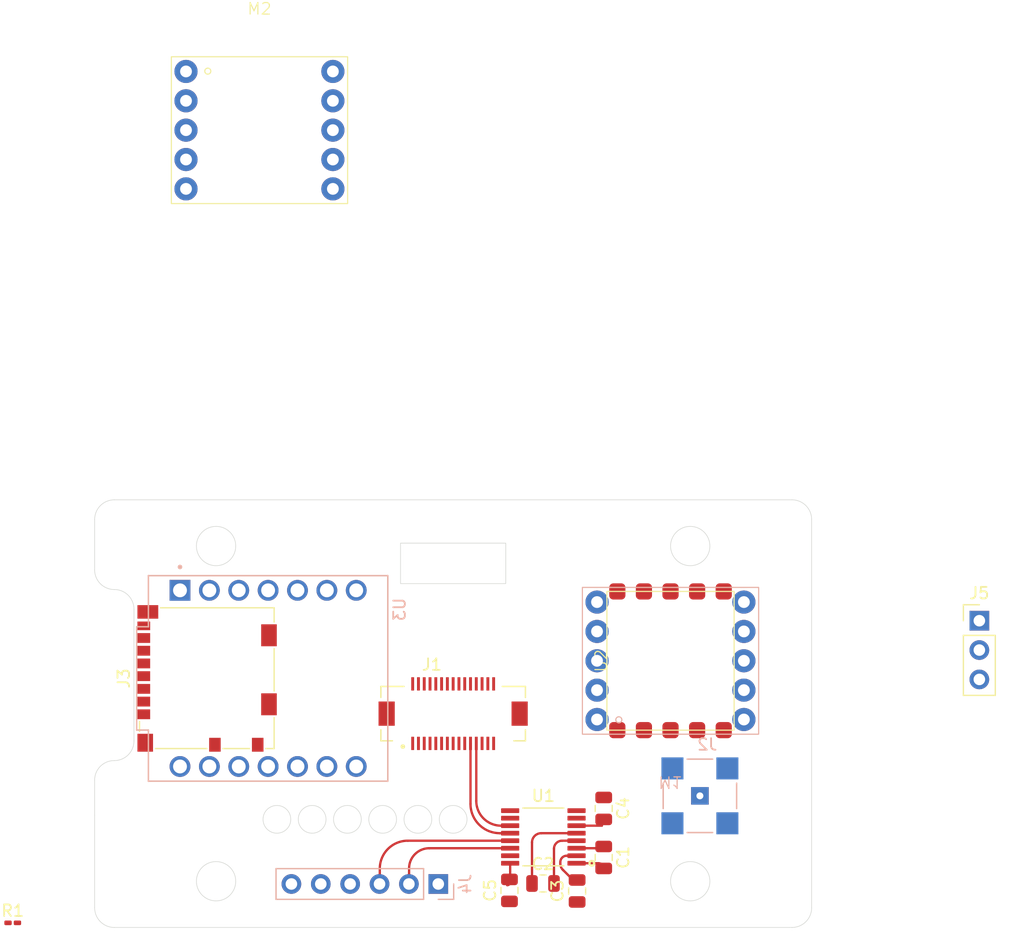
<source format=kicad_pcb>
(kicad_pcb (version 20241229) (generator "pcbnew") (generator_version "9.0")
  (layers (0 "F.Cu" signal) (2 "B.Cu" signal) (13 "F.Paste" user) (15 "B.Paste" user) (5 "F.SilkS" user "F.Silkscreen") (7 "B.SilkS" user "B.Silkscreen") (1 "F.Mask" user) (3 "B.Mask" user) (25 "Edge.Cuts" user))
  (net 0 "")
  (net 14 "Net-(J2-PadS1)")
  (net 15 "Net-(J2-Pad1)")
  (net 17 "MISO")
  (net 20 "+3V3")
  (net 21 "MOSI")
  (net 23 "Net-(J3-DAT2)")
  (net 24 "GND")
  (net 25 "SD_CS")
  (net 26 "SCK")
  (net 27 "GND_ISO1")
  (net 28 "SCL_ISO1")
  (net 29 "SCL")
  (net 30 "SDA")
  (net 31 "M1_EN")
  (net 33 "+3V3_ISO1")
  (net 34 "SDA_ISO1")
  (net 36 "M2_EN")
  (net 37 "GND_ISO2")
  (net 48 "Net-(U1-C1-)")
  (net 49 "Net-(U1-C1+)")
  (net 50 "Net-(U1-C2-)")
  (net 51 "Net-(U1-C2+)")
  (net 52 "Net-(U1-VS+)")
  (net 53 "Net-(U1-VS-)")
  (net 58 "MCU_Reset")
  (net 59 "VBUS")
  (net 60 "INST_RX")
  (net 61 "12V")
  (net 62 "RTS")
  (net 63 "INST_Tx")
  (net 64 "MCU_Rx")
  (net 65 "MCU_Tx")
  (net 68 "+12V")
  (footprint "Capacitor_SMD:C_0805_2012Metric" (layer "F.Cu") (at 139.079999 131.39)
    (property "Reference" "C2" (at 0 -1.679999 0) (layer "F.SilkS"))
    (property "Value" "1uF" (hide yes))
    (fp_line (start -0.261253 -0.735) (end 0.261253 -0.735) (stroke (width 0.12)) (layer "F.SilkS"))
    (fp_line (start -0.261253 0.735) (end 0.261253 0.735) (stroke (width 0.12)) (layer "F.SilkS"))
    (pad "1" smd roundrect (at -0.949999 0) (size 1 1.45) (layers "F.Cu" "F.Mask" "F.Paste") (net 50 "Net-(U1-C2-)"))
    (pad "2" smd roundrect (at 0.949999 0) (size 1 1.45) (layers "F.Cu" "F.Mask" "F.Paste") (net 51 "Net-(U1-C2+)"))
  )
  (footprint "Connector_Card:microSD_HC_Molex_104031-0811" (layer "F.Cu") (at 110.011 113.649 90)
    (property "Reference" "J3" (at 0 -7.18 90) (layer "F.SilkS"))
    (property "Value" "Micro_SD_Card_Det2")
    (fp_line (start -4.590001 -5.82) (end -3.73 -5.82) (stroke (width 0.12)) (layer "F.SilkS"))
    (fp_line (start -6.07 -4.45) (end -6.07 0) (stroke (width 0.12)) (layer "F.SilkS"))
    (fp_line (start -6.07 1.4) (end -6.07 3.7) (stroke (width 0.12)) (layer "F.SilkS"))
    (fp_line (start -6.07 5.1) (end -6.07 5.82) (stroke (width 0.12)) (layer "F.SilkS"))
    (fp_line (start 6.11 5.82) (end 6.11 -4.000001) (stroke (width 0.12)) (layer "F.SilkS"))
    (fp_line (start 4.880001 5.82) (end 6.11 5.82) (stroke (width 0.12)) (layer "F.SilkS"))
    (fp_line (start -1.09 5.82) (end 2.58 5.82) (stroke (width 0.12)) (layer "F.SilkS"))
    (fp_line (start -6.07 5.82) (end -3.39 5.819999) (stroke (width 0.12)) (layer "F.SilkS"))
    (pad "1" smd rect (at -3.105001 -5.45 90) (size 0.85 1.1) (layers "F.Cu" "F.Mask" "F.Paste") (net 23 "Net-(J3-DAT2)"))
    (pad "2" smd rect (at -2.005 -5.45 90) (size 0.85 1.1) (layers "F.Cu" "F.Mask" "F.Paste") (net 25 "SD_CS"))
    (pad "3" smd rect (at -0.905001 -5.45 90) (size 0.85 1.1) (layers "F.Cu" "F.Mask" "F.Paste") (net 21 "MOSI"))
    (pad "4" smd rect (at 0.195 -5.45 90) (size 0.85 1.1) (layers "F.Cu" "F.Mask" "F.Paste") (net 20 "+3V3"))
    (pad "5" smd rect (at 1.295 -5.45 90) (size 0.85 1.1) (layers "F.Cu" "F.Mask" "F.Paste") (net 26 "SCK"))
    (pad "6" smd rect (at 2.395 -5.45 90) (size 0.85 1.1) (layers "F.Cu" "F.Mask" "F.Paste") (net 24 "GND"))
    (pad "7" smd rect (at 3.495 -5.45 90) (size 0.85 1.1) (layers "F.Cu" "F.Mask" "F.Paste") (net 17 "MISO"))
    (pad "8" smd rect (at 4.545 -5.45 90) (size 0.75 1.1) (layers "F.Cu" "F.Mask" "F.Paste"))
    (pad "9" smd rect (at -5.74 0.7 90) (size 1.2 1) (layers "F.Cu" "F.Mask" "F.Paste"))
    (pad "10" smd rect (at -5.74 4.4 90) (size 1.2 1) (layers "F.Cu" "F.Mask" "F.Paste"))
    (pad "11" smd rect (at -5.565 -5.325 90) (size 1.55 1.35) (layers "F.Cu" "F.Mask" "F.Paste"))
    (pad "11" smd rect (at -2.24 5.375 90) (size 1.9 1.35) (layers "F.Cu" "F.Mask" "F.Paste"))
    (pad "11" smd rect (at 3.73 5.375 90) (size 1.9 1.35) (layers "F.Cu" "F.Mask" "F.Paste"))
    (pad "11" smd rect (at 5.755 -5.1 90) (size 1.17 1.8) (layers "F.Cu" "F.Mask" "F.Paste"))
  )
  (footprint "Resistor_SMD:R_0201_0603Metric_Pad0.64x0.40mm_HandSolder" (layer "F.Cu") (at 93.2285 134.797)
    (property "Reference" "R1" (at 0 -1.05 0) (layer "F.SilkS"))
    (property "Value" "1k")
    (pad "1" smd roundrect (at -0.4075 0) (size 0.635 0.4) (layers "F.Cu" "F.Mask") (net 20 "+3V3"))
    (pad "2" smd roundrect (at 0.4075 0) (size 0.635 0.4) (layers "F.Cu" "F.Mask") (net 23 "Net-(J3-DAT2)"))
  )
  (footprint "Capacitor_SMD:C_0805_2012Metric" (layer "F.Cu") (at 142.03 132.04 90)
    (property "Reference" "C3" (at -0.000001 -1.7 90) (layer "F.SilkS"))
    (property "Value" "1uF" (hide yes))
    (fp_line (start -0.261253 -0.735) (end 0.261253 -0.735) (stroke (width 0.12)) (layer "F.SilkS"))
    (fp_line (start -0.261253 0.735) (end 0.261253 0.735) (stroke (width 0.12)) (layer "F.SilkS"))
    (pad "1" smd roundrect (at -0.949999 0 90) (size 1 1.45) (layers "F.Cu" "F.Mask" "F.Paste") (net 24 "GND"))
    (pad "2" smd roundrect (at 0.949999 0 90) (size 1 1.45) (layers "F.Cu" "F.Mask" "F.Paste") (net 52 "Net-(U1-VS+)"))
  )
  (footprint "DF17_2_0__30DP_0_5V_57_:HRS_DF17_2.0_-30DP-0.5V_57_" (layer "F.Cu") (at 131.311 116.697)
    (property "Reference" "J1" (at -1.8364 -4.2416 0) (layer "F.SilkS"))
    (property "Value" "DF17_2.0_-30DP-0.5V_57_" (hide yes))
    (fp_line (start -6.25 -2.35) (end -4.25 -2.35) (stroke (width 0.127)) (layer "F.SilkS"))
    (fp_line (start -6.25 -1.4) (end -6.25 -2.35) (stroke (width 0.127)) (layer "F.SilkS"))
    (fp_line (start -6.25 1.4) (end -6.25 2.35) (stroke (width 0.127)) (layer "F.SilkS"))
    (fp_line (start -6.25 2.35) (end -5.25 2.35) (stroke (width 0.127)) (layer "F.SilkS"))
    (fp_line (start 4.25 -2.35) (end 6.25 -2.35) (stroke (width 0.127)) (layer "F.SilkS"))
    (fp_line (start 6.25 -2.35) (end 6.25 -1.4) (stroke (width 0.127)) (layer "F.SilkS"))
    (fp_line (start 6.25 1.4) (end 6.25 2.35) (stroke (width 0.127)) (layer "F.SilkS"))
    (fp_line (start 6.25 2.35) (end 5.25 2.35) (stroke (width 0.127)) (layer "F.SilkS"))
    (fp_circle (center -4.35 2.85) (end -4.25 2.85) (stroke (width 0.2)) (fill no) (layer "F.SilkS"))
    (pad "" np_thru_hole circle (at -4.75 1.9) (size 0.65 0.65) (drill 0.65) (layers "*.Cu" "*.Mask"))
    (pad "" np_thru_hole circle (at 4.75 1.9) (size 0.65 0.65) (drill 0.65) (layers "*.Cu" "*.Mask"))
    (pad "1" smd rect (at -3.5 2.575) (size 0.25 1.15) (layers "F.Cu" "F.Mask" "F.Paste"))
    (pad "2" smd rect (at -3.5 -2.575) (size 0.25 1.15) (layers "F.Cu" "F.Mask" "F.Paste") (net 20 "+3V3"))
    (pad "3" smd rect (at -3 2.575) (size 0.25 1.15) (layers "F.Cu" "F.Mask" "F.Paste"))
    (pad "4" smd rect (at -3 -2.575) (size 0.25 1.15) (layers "F.Cu" "F.Mask" "F.Paste") (net 20 "+3V3"))
    (pad "5" smd rect (at -2.5 2.575) (size 0.25 1.15) (layers "F.Cu" "F.Mask" "F.Paste"))
    (pad "6" smd rect (at -2.5 -2.575) (size 0.25 1.15) (layers "F.Cu" "F.Mask" "F.Paste") (net 20 "+3V3"))
    (pad "7" smd rect (at -2 2.575) (size 0.25 1.15) (layers "F.Cu" "F.Mask" "F.Paste"))
    (pad "8" smd rect (at -2 -2.575) (size 0.25 1.15) (layers "F.Cu" "F.Mask" "F.Paste") (net 24 "GND"))
    (pad "9" smd rect (at -1.5 2.575) (size 0.25 1.15) (layers "F.Cu" "F.Mask" "F.Paste"))
    (pad "10" smd rect (at -1.5 -2.575) (size 0.25 1.15) (layers "F.Cu" "F.Mask" "F.Paste") (net 24 "GND"))
    (pad "11" smd rect (at -1 2.575) (size 0.25 1.15) (layers "F.Cu" "F.Mask" "F.Paste"))
    (pad "12" smd rect (at -1 -2.575) (size 0.25 1.15) (layers "F.Cu" "F.Mask" "F.Paste") (net 24 "GND"))
    (pad "13" smd rect (at -0.5 2.575) (size 0.25 1.15) (layers "F.Cu" "F.Mask" "F.Paste") (net 30 "SDA"))
    (pad "14" smd rect (at -0.5 -2.575) (size 0.25 1.15) (layers "F.Cu" "F.Mask" "F.Paste") (net 59 "VBUS"))
    (pad "15" smd rect (at 0 2.575) (size 0.25 1.15) (layers "F.Cu" "F.Mask" "F.Paste") (net 29 "SCL"))
    (pad "16" smd rect (at 0 -2.575) (size 0.25 1.15) (layers "F.Cu" "F.Mask" "F.Paste") (net 59 "VBUS"))
    (pad "17" smd rect (at 0.5 2.575) (size 0.25 1.15) (layers "F.Cu" "F.Mask" "F.Paste"))
    (pad "18" smd rect (at 0.5 -2.575) (size 0.25 1.15) (layers "F.Cu" "F.Mask" "F.Paste") (net 59 "VBUS"))
    (pad "19" smd rect (at 1 2.575) (size 0.25 1.15) (layers "F.Cu" "F.Mask" "F.Paste"))
    (pad "20" smd rect (at 1 -2.575) (size 0.25 1.15) (layers "F.Cu" "F.Mask" "F.Paste") (net 24 "GND"))
    (pad "21" smd rect (at 1.5 2.575) (size 0.25 1.15) (layers "F.Cu" "F.Mask" "F.Paste") (net 64 "MCU_Rx"))
    (pad "22" smd rect (at 1.5 -2.575) (size 0.25 1.15) (layers "F.Cu" "F.Mask" "F.Paste") (net 24 "GND"))
    (pad "23" smd rect (at 2 2.575) (size 0.25 1.15) (layers "F.Cu" "F.Mask" "F.Paste") (net 65 "MCU_Tx"))
    (pad "24" smd rect (at 2 -2.575) (size 0.25 1.15) (layers "F.Cu" "F.Mask" "F.Paste") (net 24 "GND"))
    (pad "25" smd rect (at 2.5 2.575) (size 0.25 1.15) (layers "F.Cu" "F.Mask" "F.Paste"))
    (pad "26" smd rect (at 2.5 -2.575) (size 0.25 1.15) (layers "F.Cu" "F.Mask" "F.Paste"))
    (pad "27" smd rect (at 3 2.575) (size 0.25 1.15) (layers "F.Cu" "F.Mask" "F.Paste"))
    (pad "28" smd rect (at 3 -2.575) (size 0.25 1.15) (layers "F.Cu" "F.Mask" "F.Paste"))
    (pad "29" smd rect (at 3.5 2.575) (size 0.25 1.15) (layers "F.Cu" "F.Mask" "F.Paste"))
    (pad "30" smd rect (at 3.5 -2.575) (size 0.25 1.15) (layers "F.Cu" "F.Mask" "F.Paste") (net 58 "MCU_Reset"))
    (pad "S1" smd rect (at -5.75 0) (size 1.4 2.1) (layers "F.Cu" "F.Mask" "F.Paste") (net 24 "GND"))
    (pad "S2" smd rect (at 5.75 0) (size 1.4 2.1) (layers "F.Cu" "F.Mask" "F.Paste") (net 24 "GND"))
  )
  (footprint "Capacitor_SMD:C_0805_2012Metric" (layer "F.Cu") (at 144.329999 124.899 -90)
    (property "Reference" "C4" (at 0 -1.679999 90) (layer "F.SilkS"))
    (property "Value" "1uF" (hide yes))
    (fp_line (start -0.261253 0.735) (end 0.261253 0.735) (stroke (width 0.12)) (layer "F.SilkS"))
    (fp_line (start -0.261253 -0.735) (end 0.261253 -0.735) (stroke (width 0.12)) (layer "F.SilkS"))
    (pad "1" smd roundrect (at -0.949999 0 270) (size 1 1.45) (layers "F.Cu" "F.Mask" "F.Paste") (net 24 "GND"))
    (pad "2" smd roundrect (at 0.949999 0 270) (size 1 1.45) (layers "F.Cu" "F.Mask" "F.Paste") (net 53 "Net-(U1-VS-)"))
  )
  (footprint "qwiic:Pololu Qwiic ISO" (layer "F.Cu") (at 114.566 66.217)
    (property "Reference" "M2" (at 0 -10.5 0) (layer "F.SilkS") (effects (font (thickness 0.1))))
    (property "Value" "~")
    (fp_rect (start -7.62 -6.35) (end 7.62 6.35) (stroke (width 0.1)) (fill no) (layer "F.SilkS"))
    (fp_circle (center -4.4704 -5.1054) (end -4.2418 -5.2324) (stroke (width 0.1)) (fill no) (layer "F.SilkS"))
    (pad "1" thru_hole circle (at -6.355 -5.08) (size 2 2) (drill 1.02) (layers "*.Cu" "*.Mask") (net 29 "SCL"))
    (pad "2" thru_hole circle (at -6.355 -2.54) (size 2 2) (drill 1.02) (layers "*.Cu" "*.Mask") (net 30 "SDA"))
    (pad "3" thru_hole circle (at -6.355 0) (size 2 2) (drill 1.02) (layers "*.Cu" "*.Mask") (net 20 "+3V3"))
    (pad "4" thru_hole circle (at -6.355 2.54) (size 2 2) (drill 1.02) (layers "*.Cu" "*.Mask") (net 24 "GND"))
    (pad "5" thru_hole circle (at -6.355 5.08) (size 2 2) (drill 1.02) (layers "*.Cu" "*.Mask") (net 36 "M2_EN"))
    (pad "6" thru_hole circle (at 6.345 -5.08) (size 2 2) (drill 1.02) (layers "*.Cu" "*.Mask"))
    (pad "7" thru_hole circle (at 6.345 -2.54) (size 2 2) (drill 1.02) (layers "*.Cu" "*.Mask"))
    (pad "8" thru_hole circle (at 6.345 0) (size 2 2) (drill 1.02) (layers "*.Cu" "*.Mask"))
    (pad "9" thru_hole circle (at 6.345 2.54) (size 2 2) (drill 1.02) (layers "*.Cu" "*.Mask") (net 37 "GND_ISO2"))
    (pad "10" thru_hole circle (at 6.345 5.08) (size 2 2) (drill 1.02) (layers "*.Cu" "*.Mask") (net 37 "GND_ISO2"))
  )
  (footprint "ADS1219IPWR (1):SOP65P640X120-16N" (layer "F.Cu") (at 139.109999 127.365 180)
    (property "Reference" "U1" (at 0 3.556 0) (layer "F.SilkS"))
    (property "Value" "MAX3232" (hide yes))
    (fp_line (start 1.765 2.499999) (end -1.765 2.499999) (stroke (width 0.127)) (layer "F.SilkS"))
    (fp_line (start -1.765 -2.499999) (end 1.765 -2.499999) (stroke (width 0.127)) (layer "F.SilkS"))
    (fp_circle (center -4.189999 -2.275) (end -4.09 -2.275) (stroke (width 0.2)) (fill no) (layer "F.SilkS"))
    (pad "1" smd roundrect (at -2.87 -2.274999 180) (size 1.57 0.41) (layers "F.Cu" "F.Mask" "F.Paste") (roundrect_rratio 0.125) (net 49 "Net-(U1-C1+)"))
    (pad "2" smd roundrect (at -2.87 -1.625 180) (size 1.57 0.41) (layers "F.Cu" "F.Mask" "F.Paste") (roundrect_rratio 0.125) (net 52 "Net-(U1-VS+)"))
    (pad "3" smd roundrect (at -2.87 -0.975001 180) (size 1.57 0.41) (layers "F.Cu" "F.Mask" "F.Paste") (roundrect_rratio 0.125) (net 48 "Net-(U1-C1-)"))
    (pad "4" smd roundrect (at -2.87 -0.325 180) (size 1.57 0.41) (layers "F.Cu" "F.Mask" "F.Paste") (roundrect_rratio 0.125) (net 51 "Net-(U1-C2+)"))
    (pad "5" smd roundrect (at -2.87 0.325 180) (size 1.57 0.41) (layers "F.Cu" "F.Mask" "F.Paste") (roundrect_rratio 0.125) (net 50 "Net-(U1-C2-)"))
    (pad "6" smd roundrect (at -2.87 0.975001 180) (size 1.57 0.41) (layers "F.Cu" "F.Mask" "F.Paste") (roundrect_rratio 0.125) (net 53 "Net-(U1-VS-)"))
    (pad "7" smd roundrect (at -2.87 1.625 180) (size 1.57 0.41) (layers "F.Cu" "F.Mask" "F.Paste") (roundrect_rratio 0.125))
    (pad "8" smd roundrect (at -2.87 2.274999 180) (size 1.57 0.41) (layers "F.Cu" "F.Mask" "F.Paste") (roundrect_rratio 0.125))
    (pad "9" smd roundrect (at 2.87 2.274999 180) (size 1.57 0.41) (layers "F.Cu" "F.Mask" "F.Paste") (roundrect_rratio 0.125))
    (pad "10" smd roundrect (at 2.87 1.625 180) (size 1.57 0.41) (layers "F.Cu" "F.Mask" "F.Paste") (roundrect_rratio 0.125))
    (pad "11" smd roundrect (at 2.87 0.975001 180) (size 1.57 0.41) (layers "F.Cu" "F.Mask" "F.Paste") (roundrect_rratio 0.125) (net 65 "MCU_Tx"))
    (pad "12" smd roundrect (at 2.87 0.325 180) (size 1.57 0.41) (layers "F.Cu" "F.Mask" "F.Paste") (roundrect_rratio 0.125) (net 64 "MCU_Rx"))
    (pad "13" smd roundrect (at 2.87 -0.325 180) (size 1.57 0.41) (layers "F.Cu" "F.Mask" "F.Paste") (roundrect_rratio 0.125) (net 63 "INST_Tx"))
    (pad "14" smd roundrect (at 2.87 -0.975001 180) (size 1.57 0.41) (layers "F.Cu" "F.Mask" "F.Paste") (roundrect_rratio 0.125) (net 60 "INST_RX"))
    (pad "15" smd roundrect (at 2.87 -1.625 180) (size 1.57 0.41) (layers "F.Cu" "F.Mask" "F.Paste") (roundrect_rratio 0.125) (net 24 "GND"))
    (pad "16" smd roundrect (at 2.87 -2.274999 180) (size 1.57 0.41) (layers "F.Cu" "F.Mask" "F.Paste") (roundrect_rratio 0.125) (net 20 "+3V3"))
  )
  (footprint "Connector_PinHeader_2.54mm:PinHeader_1x03_P2.54mm_Vertical" (layer "F.Cu") (at 176.811 108.657)
    (property "Reference" "J5" (at 0 -2.38 0) (layer "F.SilkS"))
    (property "Value" "D45V5F12")
    (fp_line (start -1.38 -1.38) (end 0 -1.38) (stroke (width 0.12)) (layer "F.SilkS"))
    (fp_line (start -1.38 0) (end -1.38 -1.38) (stroke (width 0.12)) (layer "F.SilkS"))
    (fp_line (start -1.38 1.27) (end -1.38 6.46) (stroke (width 0.12)) (layer "F.SilkS"))
    (fp_line (start -1.38 1.27) (end 1.38 1.27) (stroke (width 0.12)) (layer "F.SilkS"))
    (fp_line (start -1.38 6.46) (end 1.38 6.46) (stroke (width 0.12)) (layer "F.SilkS"))
    (fp_line (start 1.38 1.27) (end 1.38 6.46) (stroke (width 0.12)) (layer "F.SilkS"))
    (pad "1" thru_hole rect (at 0 0) (size 1.7 1.7) (drill 1) (layers "*.Cu" "*.Mask") (net 59 "VBUS"))
    (pad "2" thru_hole circle (at 0 2.54) (size 1.7 1.7) (drill 1) (layers "*.Cu" "*.Mask") (net 24 "GND"))
    (pad "3" thru_hole circle (at 0 5.08) (size 1.7 1.7) (drill 1) (layers "*.Cu" "*.Mask") (net 68 "+12V"))
  )
  (footprint "Capacitor_SMD:C_0805_2012Metric" (layer "F.Cu") (at 136.18 131.99 90)
    (property "Reference" "C5" (at 0 -1.679999 90) (layer "F.SilkS"))
    (property "Value" "10uF" (hide yes))
    (fp_line (start -0.261253 -0.735) (end 0.261253 -0.735) (stroke (width 0.12)) (layer "F.SilkS"))
    (fp_line (start -0.261253 0.735) (end 0.261253 0.735) (stroke (width 0.12)) (layer "F.SilkS"))
    (pad "1" smd roundrect (at -0.949999 0 90) (size 1 1.45) (layers "F.Cu" "F.Mask" "F.Paste") (net 24 "GND"))
    (pad "2" smd roundrect (at 0.949999 0 90) (size 1 1.45) (layers "F.Cu" "F.Mask" "F.Paste") (net 20 "+3V3"))
  )
  (footprint "Capacitor_SMD:C_0805_2012Metric" (layer "F.Cu") (at 144.329999 129.14 -90)
    (property "Reference" "C1" (at 0 -1.679999 90) (layer "F.SilkS"))
    (property "Value" "1uF" (hide yes))
    (fp_line (start -0.261253 0.735) (end 0.261253 0.735) (stroke (width 0.12)) (layer "F.SilkS"))
    (fp_line (start -0.261253 -0.735) (end 0.261253 -0.735) (stroke (width 0.12)) (layer "F.SilkS"))
    (pad "1" smd roundrect (at -0.949999 0 270) (size 1 1.45) (layers "F.Cu" "F.Mask" "F.Paste") (net 48 "Net-(U1-C1-)"))
    (pad "2" smd roundrect (at 0.949999 0 270) (size 1 1.45) (layers "F.Cu" "F.Mask" "F.Paste") (net 49 "Net-(U1-C1+)"))
  )
  (footprint "ATLAS:conductivity OEM" (layer "F.Cu") (at 150.107 112.125 90)
    (property "Reference" "U2" (at 0 -6 90) (layer "F.SilkS") (effects (font (thickness 0.1))))
    (property "Value" "~")
    (fp_poly (pts (xy -6 -5.5) (xy 6 -5.5) (xy 6 5.5) (xy -6 5.5)) (stroke (width 0.1)) (fill no) (layer "F.SilkS"))
    (pad "1" smd roundrect (at -6 -4.6 90) (size 1.4 1.4) (layers "F.Cu" "F.Mask" "F.Paste") (net 34 "SDA_ISO1"))
    (pad "2" smd roundrect (at -6 -2.3 90) (size 1.4 1.4) (layers "F.Cu" "F.Mask" "F.Paste"))
    (pad "3" smd roundrect (at -6 0 90) (size 1.4 1.4) (layers "F.Cu" "F.Mask" "F.Paste") (net 33 "+3V3_ISO1"))
    (pad "4" smd roundrect (at -6 2.3 90) (size 1.4 1.4) (layers "F.Cu" "F.Mask" "F.Paste") (net 15 "Net-(J2-Pad1)"))
    (pad "5" smd roundrect (at -6 4.6 90) (size 1.4 1.4) (layers "F.Cu" "F.Mask" "F.Paste") (net 14 "Net-(J2-PadS1)"))
    (pad "6" smd roundrect (at 6 -4.6 90) (size 1.4 1.4) (layers "F.Cu" "F.Mask" "F.Paste"))
    (pad "7" smd roundrect (at 6 -2.3 90) (size 1.4 1.4) (layers "F.Cu" "F.Mask" "F.Paste"))
    (pad "8" smd roundrect (at 6 0 90) (size 1.4 1.4) (layers "F.Cu" "F.Mask" "F.Paste") (net 28 "SCL_ISO1"))
    (pad "9" smd roundrect (at 6 2.3 90) (size 1.4 1.4) (layers "F.Cu" "F.Mask" "F.Paste"))
    (pad "10" smd roundrect (at 6 4.6 90) (size 1.4 1.4) (layers "F.Cu" "F.Mask" "F.Paste") (net 27 "GND_ISO1"))
  )
  (footprint "qwiic:Pololu Qwiic ISO" (layer "B.Cu") (at 150.107 112.125)
    (property "Reference" "M1" (at 0 10.5 180) (layer "B.SilkS") (effects (font (thickness 0.1)) (justify mirror)))
    (property "Value" "~")
    (fp_circle (center -4.4704 5.1054) (end -4.2418 5.2324) (stroke (width 0.1)) (fill no) (layer "B.SilkS"))
    (fp_poly (pts (xy -7.62 6.35) (xy 7.62 6.35) (xy 7.62 -6.35) (xy -7.62 -6.35)) (stroke (width 0.1)) (fill no) (layer "B.SilkS"))
    (pad "1" thru_hole circle (at -6.355 5.08) (size 2 2) (drill 1.02) (layers "*.Cu" "*.Mask") (net 29 "SCL"))
    (pad "2" thru_hole circle (at -6.355 2.54) (size 2 2) (drill 1.02) (layers "*.Cu" "*.Mask") (net 30 "SDA"))
    (pad "3" thru_hole circle (at -6.355001 0) (size 2 2) (drill 1.02) (layers "*.Cu" "*.Mask") (net 20 "+3V3"))
    (pad "4" thru_hole circle (at -6.355 -2.54) (size 2 2) (drill 1.02) (layers "*.Cu" "*.Mask"))
    (pad "5" thru_hole circle (at -6.355 -5.08) (size 2 2) (drill 1.02) (layers "*.Cu" "*.Mask") (net 31 "M1_EN"))
    (pad "6" thru_hole circle (at 6.345 5.08) (size 2 2) (drill 1.02) (layers "*.Cu" "*.Mask") (net 28 "SCL_ISO1"))
    (pad "7" thru_hole circle (at 6.345 2.54) (size 2 2) (drill 1.02) (layers "*.Cu" "*.Mask") (net 34 "SDA_ISO1"))
    (pad "8" thru_hole circle (at 6.345001 0) (size 2 2) (drill 1.02) (layers "*.Cu" "*.Mask") (net 33 "+3V3_ISO1"))
    (pad "9" thru_hole circle (at 6.345 -2.54) (size 2 2) (drill 1.02) (layers "*.Cu" "*.Mask") (net 27 "GND_ISO1"))
    (pad "10" thru_hole circle (at 6.345 -5.08) (size 2 2) (drill 1.02) (layers "*.Cu" "*.Mask") (net 27 "GND_ISO1"))
  )
  (footprint "ADAFRUIT_QT_PY:MODULE_ADAFRUIT_QT_PY" (layer "B.Cu") (at 115.311 113.649 -90)
    (property "Reference" "U3" (at -5.965 -11.363601 90) (layer "B.SilkS") (effects (justify mirror)))
    (property "Value" "ADAFRUIT_QT_PY")
    (fp_line (start -4.47 11.3665) (end -4.47 10.3505) (stroke (width 0.127)) (layer "B.SilkS"))
    (fp_line (start 4.47 11.3665) (end -4.47 11.3665) (stroke (width 0.127)) (layer "B.SilkS"))
    (fp_line (start -8.89 10.3505) (end -4.47 10.3505) (stroke (width 0.127)) (layer "B.SilkS"))
    (fp_line (start 4.47 10.3505) (end 4.47 11.3665) (stroke (width 0.127)) (layer "B.SilkS"))
    (fp_line (start 4.47 10.3505) (end 8.89 10.3505) (stroke (width 0.127)) (layer "B.SilkS"))
    (fp_line (start 8.89 10.3505) (end 8.89 -10.3505) (stroke (width 0.127)) (layer "B.SilkS"))
    (fp_line (start -8.89 -10.3505) (end -8.89 10.3505) (stroke (width 0.127)) (layer "B.SilkS"))
    (fp_line (start 8.89 -10.3505) (end -8.89 -10.3505) (stroke (width 0.127)) (layer "B.SilkS"))
    (fp_circle (center -9.64 7.62) (end -9.54 7.62) (stroke (width 0.2)) (fill no) (layer "B.SilkS"))
    (pad "1" thru_hole rect (at -7.62 7.62 270) (size 1.8 1.8) (drill 1.2) (layers "*.Cu" "*.Mask"))
    (pad "2" thru_hole circle (at -7.62 5.08 270) (size 1.8 1.8) (drill 1.2) (layers "*.Cu" "*.Mask") (net 31 "M1_EN"))
    (pad "3" thru_hole circle (at -7.62 2.54 270) (size 1.8 1.8) (drill 1.2) (layers "*.Cu" "*.Mask") (net 36 "M2_EN"))
    (pad "4" thru_hole circle (at -7.62 0 270) (size 1.8 1.8) (drill 1.2) (layers "*.Cu" "*.Mask") (net 25 "SD_CS"))
    (pad "5" thru_hole circle (at -7.62 -2.54 270) (size 1.8 1.8) (drill 1.2) (layers "*.Cu" "*.Mask"))
    (pad "6" thru_hole circle (at -7.62 -5.08 270) (size 1.8 1.8) (drill 1.2) (layers "*.Cu" "*.Mask"))
    (pad "7" thru_hole circle (at -7.62 -7.62 270) (size 1.8 1.8) (drill 1.2) (layers "*.Cu" "*.Mask"))
    (pad "8" thru_hole circle (at 7.62 -7.62 270) (size 1.8 1.8) (drill 1.2) (layers "*.Cu" "*.Mask"))
    (pad "9" thru_hole circle (at 7.62 -5.08 270) (size 1.8 1.8) (drill 1.2) (layers "*.Cu" "*.Mask") (net 26 "SCK"))
    (pad "10" thru_hole circle (at 7.62 -2.54 270) (size 1.8 1.8) (drill 1.2) (layers "*.Cu" "*.Mask") (net 17 "MISO"))
    (pad "11" thru_hole circle (at 7.62 0 270) (size 1.8 1.8) (drill 1.2) (layers "*.Cu" "*.Mask") (net 21 "MOSI"))
    (pad "12" thru_hole circle (at 7.62 2.54 270) (size 1.8 1.8) (drill 1.2) (layers "*.Cu" "*.Mask") (net 20 "+3V3"))
    (pad "13" thru_hole circle (at 7.62 5.08 270) (size 1.8 1.8) (drill 1.2) (layers "*.Cu" "*.Mask") (net 24 "GND"))
    (pad "14" thru_hole circle (at 7.62 7.62 270) (size 1.8 1.8) (drill 1.2) (layers "*.Cu" "*.Mask"))
  )
  (footprint "Connector_PinHeader_2.54mm:PinHeader_1x06_P2.54mm_Vertical" (layer "B.Cu") (at 130.025 131.435 90)
    (property "Reference" "J4" (at 0 2.33 90) (layer "B.SilkS") (effects (justify mirror)))
    (property "Value" "Conn_01x06_Socket" (hide yes))
    (fp_line (start 1.33 -14.03) (end -1.33 -14.03) (stroke (width 0.12)) (layer "B.SilkS"))
    (fp_line (start 1.33 -14.03) (end 1.33 -1.270001) (stroke (width 0.12)) (layer "B.SilkS"))
    (fp_line (start -1.33 -14.03) (end -1.33 -1.270001) (stroke (width 0.12)) (layer "B.SilkS"))
    (fp_line (start 1.33 -1.270001) (end -1.33 -1.270001) (stroke (width 0.12)) (layer "B.SilkS"))
    (fp_line (start 0 1.33) (end -1.33 1.33) (stroke (width 0.12)) (layer "B.SilkS"))
    (fp_line (start -1.33 1.33) (end -1.33 0) (stroke (width 0.12)) (layer "B.SilkS"))
    (pad "1" thru_hole rect (at 0 0 90) (size 1.7 1.7) (drill 1) (layers "*.Cu" "*.Mask") (net 24 "GND"))
    (pad "2" thru_hole oval (at 0 -2.54 90) (size 1.7 1.7) (drill 1) (layers "*.Cu" "*.Mask") (net 60 "INST_RX"))
    (pad "3" thru_hole oval (at 0 -5.079999 90) (size 1.7 1.7) (drill 1) (layers "*.Cu" "*.Mask") (net 63 "INST_Tx"))
    (pad "4" thru_hole oval (at 0 -7.62 90) (size 1.7 1.7) (drill 1) (layers "*.Cu" "*.Mask") (net 61 "12V"))
    (pad "5" thru_hole oval (at 0 -10.16 90) (size 1.7 1.7) (drill 1) (layers "*.Cu" "*.Mask") (net 62 "RTS"))
    (pad "6" thru_hole oval (at 0 -12.7 90) (size 1.7 1.7) (drill 1) (layers "*.Cu" "*.Mask") (net 24 "GND"))
  )
  (footprint "sma_smd:MOLEX_73251-1350" (layer "B.Cu") (at 152.647 123.809 180)
    (property "Reference" "J2" (at -0.635 4.445 0) (layer "B.SilkS") (effects (justify mirror)))
    (property "Value" "73251-1350")
    (fp_line (start 3.175 1.1) (end 3.175 -1.1) (stroke (width 0.127)) (layer "B.SilkS"))
    (fp_line (start 1.1 3.175) (end -1.1 3.175) (stroke (width 0.127)) (layer "B.SilkS"))
    (fp_line (start 1.1 -3.175) (end -1.1 -3.175) (stroke (width 0.127)) (layer "B.SilkS"))
    (fp_line (start -3.175 1.1) (end -3.175 -1.1) (stroke (width 0.127)) (layer "B.SilkS"))
    (pad "1" thru_hole rect (at 0 0 180) (size 1.52 1.52) (drill 0.6) (layers "*.Cu" "*.Mask") (net 15 "Net-(J2-Pad1)"))
    (pad "S1" smd rect (at -2.375 -2.375 180) (size 1.905 1.905) (layers "B.Cu" "B.Mask" "B.Paste") (net 14 "Net-(J2-PadS1)"))
    (pad "S1" smd rect (at -2.375 2.375 180) (size 1.905 1.905) (layers "B.Cu" "B.Mask" "B.Paste") (net 14 "Net-(J2-PadS1)"))
    (pad "S1" smd rect (at 2.375 -2.375 180) (size 1.905 1.905) (layers "B.Cu" "B.Mask" "B.Paste") (net 14 "Net-(J2-PadS1)"))
    (pad "S1" smd rect (at 2.375 2.375 180) (size 1.905 1.905) (layers "B.Cu" "B.Mask" "B.Paste") (net 14 "Net-(J2-PadS1)"))
  )
  (gr_line (start 100.313081 125.497) (end 100.313081 122.449) (stroke (width 0.05)) (layer "Edge.Cuts"))
  (gr_arc (start 102.010999 105.959) (mid 100.808917 105.461082) (end 100.310999 104.259) (stroke (width 0.05)) (layer "Edge.Cuts"))
  (gr_arc (start 100.313081 99.899082) (mid 100.811 98.697) (end 102.013082 98.199081) (stroke (width 0.05)) (layer "Edge.Cuts"))
  (gr_circle (center 116.071 125.841) (end 117.271 125.841) (stroke (width 0.05)) (fill no) (layer "Edge.Cuts"))
  (gr_circle (center 122.167 125.841) (end 123.367 125.841) (stroke (width 0.05)) (fill no) (layer "Edge.Cuts"))
  (gr_circle (center 119.119 125.841) (end 120.319 125.841) (stroke (width 0.05)) (fill no) (layer "Edge.Cuts"))
  (gr_rect (start 126.761 101.947) (end 135.861 105.447) (stroke (width 0.05)) (fill no) (layer "Edge.Cuts"))
  (gr_line (start 162.308919 99.899081) (end 162.308919 133.494918) (stroke (width 0.05)) (layer "Edge.Cuts"))
  (gr_circle (center 125.215 125.841) (end 126.415 125.841) (stroke (width 0.05)) (fill no) (layer "Edge.Cuts"))
  (gr_line (start 160.608918 135.194919) (end 102.013082 135.194919) (stroke (width 0.05)) (layer "Edge.Cuts"))
  (gr_line (start 100.310999 104.259) (end 100.310999 99.899082) (stroke (width 0.05)) (layer "Edge.Cuts"))
  (gr_line (start 102.013082 98.199081) (end 160.608919 98.199081) (stroke (width 0.05)) (layer "Edge.Cuts"))
  (gr_circle (center 131.311 125.841) (end 132.511 125.841) (stroke (width 0.05)) (fill no) (layer "Edge.Cuts"))
  (gr_circle (center 151.811 102.197) (end 153.511 102.197) (stroke (width 0.05)) (fill no) (layer "Edge.Cuts"))
  (gr_circle (center 110.811 131.197) (end 112.511 131.197) (stroke (width 0.05)) (fill no) (layer "Edge.Cuts"))
  (gr_circle (center 151.811 131.197) (end 153.511 131.197) (stroke (width 0.05)) (fill no) (layer "Edge.Cuts"))
  (gr_circle (center 110.811 102.197) (end 112.511 102.197) (stroke (width 0.05)) (fill no) (layer "Edge.Cuts"))
  (gr_arc (start 102.013082 135.194919) (mid 100.811 134.697) (end 100.313081 133.494918) (stroke (width 0.05)) (layer "Edge.Cuts"))
  (gr_line (start 100.313081 133.494918) (end 100.313081 125.497) (stroke (width 0.05)) (layer "Edge.Cuts"))
  (gr_arc (start 102.010999 105.959) (mid 103.21308 106.456919) (end 103.710999 107.659) (stroke (width 0.05)) (layer "Edge.Cuts"))
  (gr_line (start 103.710999 119.059) (end 103.710999 107.659) (stroke (width 0.05)) (layer "Edge.Cuts"))
  (gr_arc (start 160.608919 98.199081) (mid 161.811 98.697) (end 162.308919 99.899081) (stroke (width 0.05)) (layer "Edge.Cuts"))
  (gr_arc (start 162.308919 133.494918) (mid 161.811 134.697) (end 160.608918 135.194919) (stroke (width 0.05)) (layer "Edge.Cuts"))
  (gr_arc (start 100.311 122.449) (mid 100.809528 121.250449) (end 102.010999 120.759) (stroke (width 0.05)) (layer "Edge.Cuts"))
  (gr_arc (start 103.710999 119.059) (mid 103.213081 120.261082) (end 102.010999 120.759) (stroke (width 0.05)) (layer "Edge.Cuts"))
  (gr_circle (center 128.263 125.841) (end 129.463 125.841) (stroke (width 0.05)) (fill no) (layer "Edge.Cuts"))
  (segment (start 136.239998 129.64) (end 136.239999 131.280001) (width 0.2) (layer "F.Cu") (net 20))
  (arc (start 136.239999 131.280001) (mid 136.163848 131.463848) (end 135.979999 131.54) (width 0.2) (layer "F.Cu") (net 20))
  (segment (start 141.979999 128.34) (end 144.18 128.34) (width 0.2) (layer "F.Cu") (net 48))
  (segment (start 143.88 129.64) (end 141.98 129.64) (width 0.2) (layer "F.Cu") (net 49))
  (arc (start 144.329999 130.089999) (mid 144.198197 129.771802) (end 143.88 129.64) (width 0.2) (layer "F.Cu") (net 49))
  (segment (start 138.93 127.04) (end 141.979999 127.04) (width 0.2) (layer "F.Cu") (net 50))
  (segment (start 138.13 131.39) (end 138.13 127.84) (width 0.2) (layer "F.Cu") (net 50))
  (arc (start 138.13 127.84) (mid 138.364315 127.274315) (end 138.93 127.04) (width 0.2) (layer "F.Cu") (net 50))
  (segment (start 140.73 127.69) (end 141.98 127.69) (width 0.2) (layer "F.Cu") (net 51))
  (segment (start 140.029998 131.39) (end 140.029998 128.390002) (width 0.2) (layer "F.Cu") (net 51))
  (arc (start 140.029998 128.390002) (mid 140.235024 127.895026) (end 140.73 127.69) (width 0.2) (layer "F.Cu") (net 51))
  (segment (start 140.58 129.69) (end 140.58 129.54) (width 0.2) (layer "F.Cu") (net 52))
  (segment (start 141.432515 130.842514) (end 140.83 130.24) (width 0.2) (layer "F.Cu") (net 52))
  (segment (start 140.83 130.24) (end 140.792132 130.202132) (width 0.2) (layer "F.Cu") (net 52))
  (segment (start 141.13 128.99) (end 141.979999 128.99) (width 0.2) (layer "F.Cu") (net 52))
  (arc (start 142.03 131.090001) (mid 141.706643 131.025681) (end 141.432515 130.842514) (width 0.2) (layer "F.Cu") (net 52))
  (arc (start 140.58 129.54) (mid 140.741091 129.151091) (end 141.13 128.99) (width 0.2) (layer "F.Cu") (net 52))
  (arc (start 140.792132 130.202132) (mid 140.635132 129.967164) (end 140.58 129.69) (width 0.2) (layer "F.Cu") (net 52))
  (segment (start 141.98 126.39) (end 144.18 126.39) (width 0.2) (layer "F.Cu") (net 53))
  (segment (start 136.239999 128.340001) (end 129.250999 128.340001) (width 0.2) (layer "F.Cu") (net 60))
  (segment (start 127.5 131.428) (end 127.501 131.429) (width 0.2) (layer "F.Cu") (net 60))
  (segment (start 127.5 130.091) (end 127.5 131.428) (width 0.2) (layer "F.Cu") (net 60))
  (arc (start 129.250999 128.340001) (mid 128.012856 128.852857) (end 127.5 130.091) (width 0.2) (layer "F.Cu") (net 60))
  (segment (start 124.968 131.422001) (end 124.961001 131.429) (width 0.2) (layer "F.Cu") (net 63))
  (segment (start 136.239999 127.69) (end 127.388 127.69) (width 0.2) (layer "F.Cu") (net 63))
  (segment (start 124.968 130.11) (end 124.968 131.422001) (width 0.2) (layer "F.Cu") (net 63))
  (arc (start 127.388 127.69) (mid 125.676802 128.398802) (end 124.968 130.11) (width 0.2) (layer "F.Cu") (net 63))
  (segment (start 132.811 124.505902) (end 132.811 119.272) (width 0.2) (layer "F.Cu") (net 64))
  (segment (start 136.239999 127.04) (end 135.345097 127.04) (width 0.2) (layer "F.Cu") (net 64))
  (arc (start 135.345097 127.04) (mid 133.55322 126.29778) (end 132.811 124.505902) (width 0.2) (layer "F.Cu") (net 64))
  (segment (start 136.239999 126.389999) (end 135.451908 126.389999) (width 0.2) (layer "F.Cu") (net 65))
  (segment (start 133.311 124.24909) (end 133.311 119.272) (width 0.2) (layer "F.Cu") (net 65))
  (arc (start 135.451908 126.389999) (mid 133.938057 125.762941) (end 133.311 124.24909) (width 0.2) (layer "F.Cu") (net 65))
)
</source>
